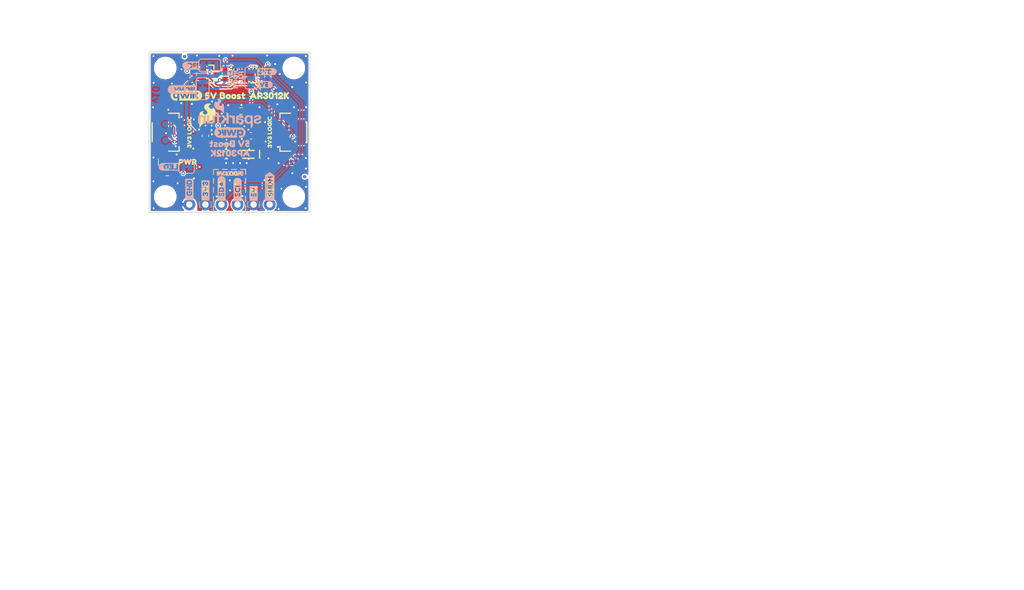
<source format=kicad_pcb>
(kicad_pcb (version 20240108) (generator "pcbnew") (generator_version "8.0")
  (title_block (title "SparkFun Qwiic 5V Boost - AP3012K") (date "2025-02-27") (rev "v10") (company "SparkFun Electronics") (comment 1 "SparkX Qwiic Boost by N. Seidle") (comment 2 "Based off the Indoor Air Quality Combo and the") (comment 3 "Designed by: P. Lewis"))
  (layers (0 "F.Cu" signal) (31 "B.Cu" signal) (34 "B.Paste" user) (35 "F.Paste" user) (36 "B.SilkS" user "B.Silkscreen") (37 "F.SilkS" user "F.Silkscreen") (38 "B.Mask" user) (39 "F.Mask" user) (44 "Edge.Cuts" user))
  (net 0 "")
  (net 1 "3.3V")
  (net 2 "GND")
  (net 3 "5V")
  (net 4 "Net-(D1-A)")
  (net 5 "SDA")
  (net 6 "SCL")
  (net 11 "Net-(JP1-A)")
  (net 12 "Net-(JP2-A)")
  (net 13 "~{SHDN}")
  (net 14 "Net-(JP2-C)")
  (net 15 "HV_SCL")
  (net 16 "HV_SDA")
  (net 17 "VCC")
  (net 18 "Net-(U5-FB)")
  (net 19 "Net-(JP4-C)")
  (net 20 "Net-(JP4-A)")
  (net 21 "Net-(D2-A)")
  (footprint "kibuzzard-67BF5F1D" (layer "F.Cu") (at 129.616 98.106 90)
    (property "Reference" "kibuzzard-67BF5F1D" (hide yes))
    (property "Value" "G***" (hide yes))
  )
  (footprint "SparkFun-Semiconductor-Standard:SOT23-5" (layer "F.Cu") (at 135.468 98.68 180)
    (property "Reference" "U5")
    (property "Value" "AP3012")
    (pad "1" smd rect (at -1.3001 -0.95 90) (size 0.55 1.2) (layers "F.Cu" "F.Paste" "F.Mask") (net 21 "Net-(D2-A)"))
    (pad "2" smd rect (at -1.3001 0 90) (size 0.55 1.2) (layers "F.Cu" "F.Paste" "F.Mask") (net 2 "GND"))
    (pad "3" smd rect (at -1.3001 0.95 90) (size 0.55 1.2) (layers "F.Cu" "F.Paste" "F.Mask") (net 18 "Net-(U5-FB)"))
    (pad "4" smd rect (at 1.3001 0.95 90) (size 0.55 1.2) (layers "F.Cu" "F.Paste" "F.Mask") (net 13 "~{SHDN}"))
    (pad "5" smd rect (at 1.3001 -0.95 90) (size 0.55 1.2) (layers "F.Cu" "F.Paste" "F.Mask") (net 1 "3.3V"))
  )
  (footprint "SparkFun-LED:LED_0603_1608Metric_Red" (layer "F.Cu") (at 126.1235 102.806)
    (property "Reference" "D1")
    (property "Value" "Red")
    (pad "1" smd roundrect (at -0.7875 0) (size 0.875 0.95) (layers "F.Cu" "F.Paste" "F.Mask") (net 2 "GND"))
    (pad "2" smd roundrect (at 0.7875 0) (size 0.875 0.95) (layers "F.Cu" "F.Paste" "F.Mask") (net 4 "Net-(D1-A)"))
  )
  (footprint "SparkFun-Aesthetic:Fiducial_0.5mm_Mask1mm" (layer "F.Cu") (at 128.865 86.134)
    (property "Reference" "FID3")
    (property "Value" "Fiducial_0.5mm")
    (pad "" smd circle (at 0 0) (size 0.5 0.5) (layers "F.Cu" "F.Mask") (clearance 0.25))
  )
  (footprint "kibuzzard-67BF7CAB" (layer "F.Cu") (at 132.156 107.3135 90)
    (property "Reference" "kibuzzard-67BF7CAB" (hide yes))
    (property "Value" "G***" (hide yes))
  )
  (footprint "SparkFun-Connector:1x06" (layer "F.Cu") (at 129.616 109.536)
    (property "Reference" "J3")
    (property "Value" "Conn_01x06")
    (pad "1" thru_hole circle (at 0 0 90) (size 1.8796 1.8796) (drill 1.016) (layers "*.Cu" "*.Mask") (net 2 "GND") (thermal_bridge_width 0.5))
    (pad "2" thru_hole circle (at 2.54 0 90) (size 1.8796 1.8796) (drill 1.016) (layers "*.Cu" "*.Mask") (net 1 "3.3V") (thermal_bridge_width 0.4) (thermal_gap 0.08))
    (pad "3" thru_hole circle (at 5.08 0 90) (size 1.8796 1.8796) (drill 1.016) (layers "*.Cu" "*.Mask") (net 16 "HV_SDA"))
    (pad "4" thru_hole circle (at 7.62 0 90) (size 1.8796 1.8796) (drill 1.016) (layers "*.Cu" "*.Mask") (net 15 "HV_SCL"))
    (pad "5" thru_hole circle (at 10.16 0 90) (size 1.8796 1.8796) (drill 1.016) (layers "*.Cu" "*.Mask") (net 3 "5V") (thermal_bridge_width 0.4) (thermal_gap 0.08))
    (pad "6" thru_hole circle (at 12.7 0 90) (size 1.8796 1.8796) (drill 1.016) (layers "*.Cu" "*.Mask") (net 13 "~{SHDN}"))
  )
  (footprint "kibuzzard-67A51507" (layer "F.Cu") (at 135.270114 92.321345)
    (property "Reference" "kibuzzard-67A51507" (hide yes))
    (property "Value" "G***" (hide yes))
  )
  (footprint "SparkFun-Aesthetic:qwiic_5mm" (layer "F.Cu") (at 129.156114 92.292213)
    (property "Reference" "G***" (hide yes))
    (property "Value" "LOGO" (hide yes))
  )
  (footprint "SparkFun-Connector:JST_SMD_1.0mm-4_RA" (layer "F.Cu") (at 143.586 98.106 90)
    (property "Reference" "J1")
    (property "Value" "Qwiic_RA")
    (pad "1" smd rect (at -1.5 0 90) (size 0.6 1.35) (layers "F.Cu" "F.Paste" "F.Mask") (net 2 "GND"))
    (pad "2" smd rect (at -0.5 0 90) (size 0.6 1.35) (layers "F.Cu" "F.Paste" "F.Mask") (net 1 "3.3V"))
    (pad "3" smd rect (at 0.5 0 90) (size 0.6 1.35) (layers "F.Cu" "F.Paste" "F.Mask") (net 5 "SDA"))
    (pad "4" smd rect (at 1.5 0 90) (size 0.6 1.35) (layers "F.Cu" "F.Paste" "F.Mask") (net 6 "SCL"))
    (pad "NC1" smd rect (at 2.8 3.675 90) (size 1.2 2) (layers "F.Cu" "F.Paste" "F.Mask"))
    (pad "NC2" smd rect (at -2.8 3.675 90) (size 1.2 2) (layers "F.Cu" "F.Paste" "F.Mask"))
  )
  (footprint "kibuzzard-67BF7D12" (layer "F.Cu") (at 137.236 107.15475 90)
    (property "Reference" "kibuzzard-67BF7D12" (hide yes))
    (property "Value" "G***" (hide yes))
  )
  (footprint "SparkFun-Hardware:Standoff" (layer "F.Cu") (at 146.126 108.266)
    (property "Reference" "ST3")
    (property "Value" "Standoff")
    (pad "" np_thru_hole circle (at 0 0) (size 3.1 3.1) (drill 3.1) (layers "F&B.Cu" "*.Mask"))
  )
  (footprint "SparkFun-Capacitor:C_0603_1608Metric" (layer "F.Cu") (at 132.156 98.68 90)
    (property "Reference" "C1")
    (property "Value" "1.0uF")
    (pad "1" smd roundrect (at -0.775 0 90) (size 0.9 0.95) (layers "F.Cu" "F.Paste" "F.Mask") (net 1 "3.3V"))
    (pad "2" smd roundrect (at 0.775 0 90) (size 0.9 0.95) (layers "F.Cu" "F.Paste" "F.Mask") (net 2 "GND"))
  )
  (footprint "SparkFun-Aesthetic:Fiducial_0.5mm_Mask1mm" (layer "F.Cu") (at 147.849 105.143)
    (property "Reference" "FID4")
    (property "Value" "Fiducial_0.5mm")
    (pad "" smd circle (at 0 0) (size 0.5 0.5) (layers "F.Cu" "F.Mask") (clearance 0.25))
  )
  (footprint "SparkFun-Resistor:R_0603_1608Metric" (layer "F.Cu") (at 145.8085 102.8685 180)
    (property "Reference" "R6")
    (property "Value" "100k")
    (pad "1" smd roundrect (at -0.825 0 180) (size 0.8 0.95) (layers "F.Cu" "F.Paste" "F.Mask") (net 13 "~{SHDN}"))
    (pad "2" smd roundrect (at 0.825 0 180) (size 0.8 0.95) (layers "F.Cu" "F.Paste" "F.Mask") (net 1 "3.3V"))
  )
  (footprint "SparkFun-Connector:JST_SMD_1.0mm-4_RA" (layer "F.Cu") (at 128.346 98.106 -90)
    (property "Reference" "J2")
    (property "Value" "Qwiic_RA")
    (pad "1" smd rect (at -1.5 0 270) (size 0.6 1.35) (layers "F.Cu" "F.Paste" "F.Mask") (net 2 "GND"))
    (pad "2" smd rect (at -0.5 0 270) (size 0.6 1.35) (layers "F.Cu" "F.Paste" "F.Mask") (net 1 "3.3V"))
    (pad "3" smd rect (at 0.5 0 270) (size 0.6 1.35) (layers "F.Cu" "F.Paste" "F.Mask") (net 5 "SDA"))
    (pad "4" smd rect (at 1.5 0 270) (size 0.6 1.35) (layers "F.Cu" "F.Paste" "F.Mask") (net 6 "SCL"))
    (pad "NC1" smd rect (at 2.8 3.675 270) (size 1.2 2) (layers "F.Cu" "F.Paste" "F.Mask"))
    (pad "NC2" smd rect (at -2.8 3.675 270) (size 1.2 2) (layers "F.Cu" "F.Paste" "F.Mask"))
  )
  (footprint "kibuzzard-67BF7D85" (layer "F.Cu") (at 142.316 106.6785 90)
    (property "Reference" "kibuzzard-67BF7D85" (hide yes))
    (property "Value" "G***" (hide yes))
  )
  (footprint "SparkFun-Semiconductor-Standard:SOT23-3" (layer "F.Cu") (at 139.4585 88.8985)
    (property "Reference" "Q1")
    (property "Value" "BSS138")
    (pad "1" smd rect (at -1 -0.95 270) (size 0.8 0.9) (layers "F.Cu" "F.Paste" "F.Mask") (net 1 "3.3V"))
    (pad "2" smd rect (at -1 0.95 270) (size 0.8 0.9) (layers "F.Cu" "F.Paste" "F.Mask") (net 6 "SCL"))
    (pad "3" smd rect (at 1.1 0 270) (size 0.8 0.9) (layers "F.Cu" "F.Paste" "F.Mask") (net 15 "HV_SCL"))
  )
  (footprint "SparkFun-Resistor:R_0603_1608Metric" (layer "F.Cu") (at 136.9185 88.8985 -90)
    (property "Reference" "R5")
    (property "Value" "2.2k")
    (pad "1" smd roundrect (at -0.825 0 270) (size 0.8 0.95) (layers "F.Cu" "F.Paste" "F.Mask") (net 12 "Net-(JP2-A)"))
    (pad "2" smd roundrect (at 0.825 0 270) (size 0.8 0.95) (layers "F.Cu" "F.Paste" "F.Mask") (net 6 "SCL"))
  )
  (footprint "SparkFun-Resistor:R_0603_1608Metric" (layer "F.Cu") (at 137.791 96.293)
    (property "Reference" "R2")
    (property "Value" "33k")
    (pad "1" smd roundrect (at -0.825 0) (size 0.8 0.95) (layers "F.Cu" "F.Paste" "F.Mask") (net 18 "Net-(U5-FB)"))
    (pad "2" smd roundrect (at 0.825 0) (size 0.8 0.95) (layers "F.Cu" "F.Paste" "F.Mask") (net 2 "GND"))
  )
  (footprint "kibuzzard-67BF7C99" (layer "F.Cu") (at 129.616 107.15475 90)
    (property "Reference" "kibuzzard-67BF7C99" (hide yes))
    (property "Value" "G***" (hide yes))
  )
  (footprint "kibuzzard-67BF5EEE" (layer "F.Cu") (at 134.53725 104.61475)
    (property "Reference" "kibuzzard-67BF5EEE" (hide yes))
    (property "Value" "G***" (hide yes))
  )
  (footprint "kibuzzard-65A8A8B4" (layer "F.Cu") (at 129.366 102.806)
    (property "Reference" "kibuzzard-65A8A8B4" (hide yes))
    (property "Value" "G***" (hide yes))
  )
  (footprint "SparkFun-Resistor:R_0603_1608Metric" (layer "F.Cu") (at 126.1235 104.456)
    (property "Reference" "R3")
    (property "Value" "4.7k")
    (pad "1" smd roundrect (at -0.825 0) (size 0.8 0.95) (layers "F.Cu" "F.Paste" "F.Mask") (net 4 "Net-(D1-A)"))
    (pad "2" smd roundrect (at 0.825 0) (size 0.8 0.95) (layers "F.Cu" "F.Paste" "F.Mask") (net 11 "Net-(JP1-A)"))
  )
  (footprint "SparkFun-Resistor:R_0603_1608Metric" (layer "F.Cu") (at 130.251 88.8985 90)
    (property "Reference" "R4")
    (property "Value" "2.2k")
    (pad "1" smd roundrect (at -0.825 0 90) (size 0.8 0.95) (layers "F.Cu" "F.Paste" "F.Mask") (net 5 "SDA"))
    (pad "2" smd roundrect (at 0.825 0 90) (size 0.8 0.95) (layers "F.Cu" "F.Paste" "F.Mask") (net 14 "Net-(JP2-C)"))
  )
  (footprint "SparkFun-Aesthetic:SparkFun_Flame_4mm" (layer "F.Cu") (at 132.49 95.482)
    (property "Reference" "G***" (hide yes))
    (property "Value" "Flame" (hide yes))
  )
  (footprint "SparkFun-Capacitor:C_0805_2012Metric" (layer "F.Cu") (at 135.457 101.6)
    (property "Reference" "L1")
    (property "Value" "10uH")
    (pad "1" smd roundrect (at -0.95 0) (size 1 1.45) (layers "F.Cu" "F.Paste" "F.Mask") (net 1 "3.3V"))
    (pad "2" smd roundrect (at 0.95 0) (size 1 1.45) (layers "F.Cu" "F.Paste" "F.Mask") (net 21 "Net-(D2-A)"))
  )
  (footprint "kibuzzard-67BF7CFE" (layer "F.Cu") (at 134.696 106.996 90)
    (property "Reference" "kibuzzard-67BF7CFE" (hide yes))
    (property "Value" "G***" (hide yes))
  )
  (footprint "SparkFun-Resistor:R_0603_1608Metric" (layer "F.Cu") (at 137.791 94.755)
    (property "Reference" "R1")
    (property "Value" "100k")
    (pad "1" smd roundrect (at -0.825 0) (size 0.8 0.95) (layers "F.Cu" "F.Paste" "F.Mask") (net 18 "Net-(U5-FB)"))
    (pad "2" smd roundrect (at 0.825 0) (size 0.8 0.95) (layers "F.Cu" "F.Paste" "F.Mask") (net 3 "5V"))
  )
  (footprint "SparkFun-Aesthetic:Creative_Commons_License" (layer "F.Cu") (at 214.63 168.91)
    (property "Reference" "G4" (hide yes))
    (property "Value" "OSHW_Logo" (hide yes))
  )
  (footprint "kibuzzard-67BF5F1D" (layer "F.Cu") (at 142.316 98.106 90)
    (property "Reference" "kibuzzard-67BF5F1D" (hide yes))
    (property "Value" "G***" (hide yes))
  )
  (footprint "SparkFun-Hardware:Standoff" (layer "F.Cu") (at 146.126 87.946)
    (property "Reference" "ST2")
    (property "Value" "Standoff")
    (pad "" np_thru_hole circle (at 0 0) (size 3.1 3.1) (drill 3.1) (layers "F&B.Cu" "*.Mask"))
  )
  (footprint "kibuzzard-67BF7D5E" (layer "F.Cu") (at 139.776 107.78975 90)
    (property "Reference" "kibuzzard-67BF7D5E" (hide yes))
    (property "Value" "G***" (hide yes))
  )
  (footprint "SparkFun-Hardware:Standoff" (layer "F.Cu") (at 125.806 87.946)
    (property "Reference" "ST1")
    (property "Value" "Standoff")
    (pad "" np_thru_hole circle (at 0 0) (size 3.1 3.1) (drill 3.1) (layers "F&B.Cu" "*.Mask"))
  )
  (footprint "SparkFun-Resistor:R_0603_1608Metric" (layer "F.Cu") (at 141.9985 88.8985 90)
    (property "Reference" "R8")
    (property "Value" "2.2k")
    (pad "1" smd roundrect (at -0.825 0 90) (size 0.8 0.95) (layers "F.Cu" "F.Paste" "F.Mask") (net 19 "Net-(JP4-C)"))
    (pad "2" smd roundrect (at 0.825 0 90) (size 0.8 0.95) (layers "F.Cu" "F.Paste" "F.Mask") (net 15 "HV_SCL"))
  )
  (footprint "SparkFun-Semiconductor-Standard:SOD-323" (layer "F.Cu") (at 138.946 101.602 180)
    (property "Reference" "D2")
    (property "Value" "PMEG4005EJ")
    (pad "1" smd rect (at -1.15 0 180) (size 0.63 0.83) (layers "F.Cu" "F.Paste" "F.Mask") (net 3 "5V"))
    (pad "2" smd rect (at 1.15 0 180) (size 0.63 0.83) (layers "F.Cu" "F.Paste" "F.Mask") (net 21 "Net-(D2-A)"))
  )
  (footprint "SparkFun-Resistor:R_0603_1608Metric" (layer "F.Cu") (at 135.331 88.8985 90)
    (property "Reference" "R7")
    (property "Value" "2.2k")
    (pad "1" smd roundrect (at -0.825 0 90) (size 0.8 0.95) (layers "F.Cu" "F.Paste" "F.Mask") (net 20 "Net-(JP4-A)"))
    (pad "2" smd roundrect (at 0.825 0 90) (size 0.8 0.95) (layers "F.Cu" "F.Paste" "F.Mask") (net 16 "HV_SDA"))
  )
  (footprint "kibuzzard-67BF5EF7" (layer "F.Cu") (at 136.75975 104.61475)
    (property "Reference" "kibuzzard-67BF5EF7" (hide yes))
    (property "Value" "G***" (hide yes))
  )
  (footprint "SparkFun-Capacitor:C_0603_1608Metric" (layer "F.Cu") (at 139.356 98.679 180)
    (property "Reference" "C2")
    (property "Value" "1.0uF")
    (pad "1" smd roundrect (at -0.775 0 180) (size 0.9 0.95) (layers "F.Cu" "F.Paste" "F.Mask") (net 3 "5V"))
    (pad "2" smd roundrect (at 0.775 0 180) (size 0.9 0.95) (layers "F.Cu" "F.Paste" "F.Mask") (net 2 "GND"))
  )
  (footprint "SparkFun-Semiconductor-Standard:SOT23-3" (layer "F.Cu") (at 132.791 88.8985)
    (property "Reference" "Q2")
    (property "Value" "BSS138")
    (pad "1" smd rect (at -1 -0.95 270) (size 0.8 0.9) (layers "F.Cu" "F.Paste" "F.Mask") (net 1 "3.3V"))
    (pad "2" smd rect (at -1 0.95 270) (size 0.8 0.9) (layers "F.Cu" "F.Paste" "F.Mask") (net 5 "SDA"))
    (pad "3" smd rect (at 1.1 0 270) (size 0.8 0.9) (layers "F.Cu" "F.Paste" "F.Mask") (net 16 "HV_SDA"))
  )
  (footprint "kibuzzard-67A51CFE" (layer "F.Cu") (at 142.278 92.321)
    (property "Reference" "kibuzzard-67A51CFE" (hide yes))
    (property "Value" "G***" (hide yes))
  )
  (footprint "SparkFun-Hardware:Standoff" (layer "F.Cu") (at 125.806 108.266)
    (property "Reference" "ST4")
    (property "Value" "Standoff")
    (pad "" np_thru_hole circle (at 0 0) (size 3.1 3.1) (drill 3.1) (layers "F&B.Cu" "*.Mask"))
  )
  (footprint "kibuzzard-67BF5EF7" (layer "B.Cu") (at 135.331 104.61475 180)
    (property "Reference" "kibuzzard-67BF5EF7" (hide yes))
    (property "Value" "G***" (hide yes))
  )
  (footprint "kibuzzard-67A51CFE" (layer "B.Cu") (at 136.079869 101.412475 180)
    (property "Reference" "kibuzzard-67A51CFE" (hide yes))
    (property "Value" "G***" (hide yes))
  )
  (footprint "SparkFun-Connector:TestPoint-1.0mm" (layer "B.Cu") (at 125.806 99.376 180)
    (property "Reference" "TP2")
    (property "Value" "1.0mm")
    (pad "1" smd roundrect (at 0 0 180) (size 1.016 1.016) (layers "B.Cu" "B.Mask") (roundrect_rratio 0.5) (net 6 "SCL"))
  )
  (footprint "SparkFun-Jumper:Jumper_3_NC-2_Trace" (layer "B.Cu") (at 132.823 87.547 180)
    (property "Reference" "JP2")
    (property "Value" "I2C")
    (fp_poly (pts (xy 0.262 0.173) (xy 0.762 0.173) (xy 0.762 -0.127) (xy 0.262 -0.127)) (fill solid) (layer "B.Cu"))
    (fp_poly (pts (xy -0.7707 0.15) (xy -0.2707 0.15) (xy -0.2707 -0.15) (xy -0.7707 -0.15)) (fill solid) (layer "B.Cu"))
    (pad "1" smd rect (at -1.0414 0 180) (size 0.6604 1.27) (layers "B.Cu" "B.Mask") (net 12 "Net-(JP2-A)"))
    (pad "2" smd rect (at 0 0 180) (size 0.6604 1.27) (layers "B.Cu" "B.Mask") (net 1 "3.3V"))
    (pad "3" smd rect (at 1.0414 0) (size 0.6604 1.27) (layers "B.Cu" "B.Mask") (net 14 "Net-(JP2-C)"))
  )
  (footprint "kibuzzard-67BF7ED9" (layer "B.Cu") (at 132.156 107.3135 90)
    (property "Reference" "kibuzzard-67BF7ED9" (hide yes))
    (property "Value" "G***" (hide yes))
  )
  (footprint "kibuzzard-67A5195F" (layer "B.Cu") (at 126.381 103.574 180)
    (property "Reference" "kibuzzard-67A5195F" (hide yes))
    (property "Value" "G***" (hide yes))
  )
  (footprint "kibuzzard-67AB7F1B" (layer "B.Cu") (at 137.814 89.533 90)
    (property "Reference" "kibuzzard-67AB7F1B" (hide yes))
    (property "Value" "G***" (hide yes))
  )
  (footprint "SparkFun-Jumper:Jumper_2_NC_Trace" (layer "B.Cu") (at 129.182 103.587)
    (property "Reference" "JP1")
    (property "Value" "LED")
    (fp_poly (pts (xy -0.25 0.15) (xy 0.25 0.15) (xy 0.25 -0.15) (xy -0.25 -0.15)) (fill solid) (layer "B.Cu"))
    (pad "1" smd rect (at -0.5207 0) (size 0.6604 1.27) (layers "B.Cu" "B.Mask") (net 11 "Net-(JP1-A)"))
    (pad "2" smd rect (at 0.5207 0) (size 0.6604 1.27) (layers "B.Cu" "B.Mask") (net 1 "3.3V"))
  )
  (footprint "kibuzzard-67A51B3F" (layer "B.Cu") (at 141.904 88.523 180)
    (property "Reference" "kibuzzard-67A51B3F" (hide yes))
    (property "Value" "G***" (hide yes))
  )
  (footprint "SparkFun-Aesthetic:Fiducial_0.5mm_Mask1mm" (layer "B.Cu") (at 128.865 86.134 180)
    (property "Reference" "FID2")
    (property "Value" "Fiducial_0.5mm")
    (pad "" smd circle (at 0 0 180) (size 0.5 0.5) (layers "B.Cu" "B.Mask") (clearance 0.25))
  )
  (footprint "kibuzzard-67BF7F13" (layer "B.Cu") (at 134.696 106.996 90)
    (property "Reference" "kibuzzard-67BF7F13" (hide yes))
    (property "Value" "G***" (hide yes))
  )
  (footprint "SparkFun-Aesthetic:Fiducial_0.5mm_Mask1mm" (layer "B.Cu") (at 147.849 105.143 180)
    (property "Reference" "FID1")
    (property "Value" "Fiducial_0.5mm")
    (pad "" smd circle (at 0 0 180) (size 0.5 0.5) (layers "B.Cu" "B.Mask") (clearance 0.25))
  )
  (footprint "kibuzzard-67C0A4F9" (layer "B.Cu") (at 128.484 91.362 180)
    (property "Reference" "kibuzzard-67C0A4F9" (hide yes))
    (property "Value" "G***" (hide yes))
  )
  (footprint "kibuzzard-67BF7F2F" (layer "B.Cu") (at 137.236 107.15475 90)
    (property "Reference" "kibuzzard-67BF7F2F" (hide yes))
    (property "Value" "G***" (hide yes))
  )
  (footprint "kibuzzard-67BF7F4D" (layer "B.Cu") (at 139.776 107.78975 90)
    (property "Reference" "kibuzzard-67BF7F4D" (hide yes))
    (property "Value" "G***" (hide yes))
  )
  (footprint "SparkFun-Aesthetic:SparkFun_Logo_10mm" (layer "B.Cu") (at 136.051754 96.069688 180)
    (property "Reference" "G***" (hide yes))
    (property "Value" "LOGO" (hide yes))
  )
  (footprint "kibuzzard-67AB7F2D" (layer "B.Cu") (at 136.023723 89.577 90)
    (property "Reference" "kibuzzard-67AB7F2D" (hide yes))
    (property "Value" "G***" (hide yes))
  )
  (footprint "SparkFun-Jumper:Jumper_3_NC-2_Trace" (layer "B.Cu") (at 131.71 91.222 -90)
    (property "Reference" "JP4")
    (property "Value" "I2C HV")
    (fp_poly (pts (xy 0.262 0.173) (xy 0.762 0.173) (xy 0.762 -0.127) (xy 0.262 -0.127)) (fill solid) (layer "B.Cu"))
    (fp_poly (pts (xy -0.7707 0.15) (xy -0.2707 0.15) (xy -0.2707 -0.15) (xy -0.7707 -0.15)) (fill solid) (layer "B.Cu"))
    (pad "1" smd rect (at -1.0414 0 270) (size 0.6604 1.27) (layers "B.Cu" "B.Mask") (net 20 "Net-(JP4-A)"))
    (pad "2" smd rect (at 0 0 270) (size 0.6604 1.27) (layers "B.Cu" "B.Mask") (net 17 "VCC"))
    (pad "3" smd rect (at 1.0414 0 90) (size 0.6604 1.27) (layers "B.Cu" "B.Mask") (net 19 "Net-(JP4-C)"))
  )
  (footprint "kibuzzard-67A51B2D" (layer "B.Cu") (at 136.927 89.563 90)
    (property "Reference" "kibuzzard-67A51B2D" (hide yes))
    (property "Value" "G***" (hide yes))
  )
  (footprint "kibuzzard-67BF7EBF" (layer "B.Cu") (at 129.616 107.15475 90)
    (property "Reference" "kibuzzard-67BF7EBF" (hide yes))
    (property "Value" "G***" (hide yes))
  )
  (footprint "SparkFun-Jumper:Jumper_3_NC-1_Trace" (layer "B.Cu") (at 139.406 89.528 90)
    (property "Reference" "JP3")
    (property "Value" "LOGIC")
    (fp_poly (pts (xy -0.7707 0.15) (xy -0.2707 0.15) (xy -0.2707 -0.15) (xy -0.7707 -0.15)) (fill solid) (layer "B.Cu"))
    (pad "1" smd rect (at -1.0414 0 90) (size 0.6604 1.27) (layers "B.Cu" "B.Mask") (net 3 "5V"))
    (pad "2" smd rect (at 0 0 90) (size 0.6604 1.27) (layers "B.Cu" "B.Mask") (net 17 "VCC"))
    (pad "3" smd rect (at 1.0414 0 270) (size 0.6604 1.27) (layers "B.Cu" "B.Mask") (net 1 "3.3V"))
  )
  (footprint "kibuzzard-67BF7F7D" (layer "B.Cu") (at 142.316 106.6785 90)
    (property "Reference" "kibuzzard-67BF7F7D" (hide yes))
    (property "Value" "G***" (hide yes))
  )
  (footprint "kibuzzard-67A51B57" (layer "B.Cu") (at 141.593 90.573 180)
    (property "Reference" "kibuzzard-67A51B57" (hide yes))
    (property "Value" "G***" (hide yes))
  )
  (footprint "SparkFun-Connector:TestPoint-1.0mm" (layer "B.Cu") (at 125.806 96.836 180)
    (property "Reference" "TP1")
    (property "Value" "1.0mm")
    (pad "1" smd roundrect (at 0 0 180) (size 1.016 1.016) (layers "B.Cu" "B.Mask") (roundrect_rratio 0.5) (net 5 "SDA"))
  )
  (footprint "kibuzzard-67A51507" (layer "B.Cu") (at 135.967 99.909132 180)
    (property "Reference" "kibuzzard-67A51507" (hide yes))
    (property "Value" "G***" (hide yes))
  )
  (footprint "kibuzzard-67BF5EEE" (layer "B.Cu") (at 137.5535 104.61475 180)
    (property "Reference" "kibuzzard-67BF5EEE" (hide yes))
    (property "Value" "G***" (hide yes))
  )
  (footprint "kibuzzard-65A8B05B" (layer "B.Cu") (at 129.851 87.558 180)
    (property "Reference" "kibuzzard-65A8B05B" (hide yes))
    (property "Value" "G***" (hide yes))
  )
  (footprint "SparkFun-Aesthetic:qwiic_5mm" (layer "B.Cu") (at 136.027 98.148 180)
    (property "Reference" "G***" (hide yes))
    (property "Value" "LOGO" (hide yes))
  )
  (gr_line (start 133.426 107.631) (end 133.426 106.83725) (stroke (width 0.15)) (layer "B.SilkS"))
  (gr_line (start 133.426 103.97975) (end 134.21975 103.97975) (stroke (width 0.15)) (layer "B.SilkS"))
  (gr_line (start 133.426 106.20225) (end 133.426 105.4085) (stroke (width 0.15)) (layer "B.SilkS"))
  (gr_line (start 134.85475 103.97975) (end 135.6485 103.97975) (stroke (width 0.15)) (layer "B.SilkS"))
  (gr_line (start 138.506 104.7735) (end 138.506 103.97975) (stroke (width 0.15)) (layer "B.SilkS"))
  (gr_line (start 133.426 110.567875) (end 133.426 109.774125) (stroke (width 0.15)) (layer "B.SilkS"))
  (gr_line (start 138.506 109.05975) (end 138.506 108.266) (stroke (width 0.15)) (layer "B.SilkS"))
  (gr_line (start 137.71225 103.97975) (end 138.506 103.97975) (stroke (width 0.15)) (layer "B.SilkS"))
  (gr_line (start 138.506 106.20225) (end 138.506 105.4085) (stroke (width 0.15)) (layer "B.SilkS"))
  (gr_line (start 138.506 107.631) (end 138.506 106.83725) (stroke (width 0.15)) (layer "B.SilkS"))
  (gr_line (start 133.426 104.7735) (end 133.426 103.97975) (stroke (width 0.15)) (layer "B.SilkS"))
  (gr_line (start 133.426 109.05975) (end 133.426 108.266) (stroke (width 0.15)) (layer "B.SilkS"))
  (gr_line (start 136.2835 103.97975) (end 137.07725 103.97975) (stroke (width 0.15)) (layer "B.SilkS"))
  (gr_line (start 138.506 110.567875) (end 138.506 109.774125) (stroke (width 0.15)) (layer "B.SilkS"))
  (gr_line (start 136.2835 103.97975) (end 137.07725 103.97975) (stroke (width 0.15)) (layer "F.SilkS"))
  (gr_line (start 133.426 110.567875) (end 133.426 109.774125) (stroke (width 0.15)) (layer "F.SilkS"))
  (gr_line (start 133.426 104.7735) (end 133.426 103.97975) (stroke (width 0.15)) (layer "F.SilkS"))
  (gr_line (start 133.426 106.20225) (end 133.426 105.4085) (stroke (width 0.15)) (layer "F.SilkS"))
  (gr_line (start 133.426 107.631) (end 133.426 106.83725) (stroke (width 0.15)) (layer "F.SilkS"))
  (gr_line (start 138.506 110.567875) (end 138.506 109.774125) (stroke (width 0.15)) (layer "F.SilkS"))
  (gr_line (start 137.71225 103.97975) (end 138.506 103.97975) (stroke (width 0.15)) (layer "F.SilkS"))
  (gr_line (start 138.506 104.7735) (end 138.506 103.97975) (stroke (width 0.15)) (layer "F.SilkS"))
  (gr_line (start 133.426 103.97975) (end 134.21975 103.97975) (stroke (width 0.15)) (layer "F.SilkS"))
  (gr_line (start 134.85475 103.97975) (end 135.6485 103.97975) (stroke (width 0.15)) (layer "F.SilkS"))
  (gr_line (start 138.506 106.20225) (end 138.506 105.4085) (stroke (width 0.15)) (layer "F.SilkS"))
  (gr_line (start 133.426 109.05975) (end 133.426 108.266) (stroke (width 0.15)) (layer "F.SilkS"))
  (gr_line (start 138.506 107.631) (end 138.506 106.83725) (stroke (width 0.15)) (layer "F.SilkS"))
  (gr_line (start 138.506 109.05975) (end 138.506 108.266) (stroke (width 0.15)) (layer "F.SilkS"))
  (gr_rect (start 123.266 85.406) (end 148.666 110.806) (stroke (width 0.1)) (fill none) (layer "Edge.Cuts"))
  (gr_text "v10" (at 124.264 92.147 -90) (layer "B.Cu" knockout) (effects (font (size 1.016 1.016) (thickness 0.254) (bold yes)) (justify mirror)))
  (segment (start 144.996 93.316) (end 144.996 98.076) (width 0.5588) (layer "F.Cu") (net 1))
  (segment (start 131.791 87.9485) (end 132.6615 87.9485) (width 0.254) (layer "F.Cu") (net 1))
  (segment (start 132.828 88.115) (end 132.828 88.556) (width 0.254) (layer "F.Cu") (net 1))
  (segment (start 144.996 98.076) (end 144.466 98.606) (width 0.5588) (layer "F.Cu") (net 1))
  (segment (start 142.956 91.276) (end 144.996 93.316) (width 0.5588) (layer "F.Cu") (net 1))
  (segment (start 144.776 98.916) (end 144.466 98.606) (width 0.254) (layer "F.Cu") (net 1))
  (segment (start 138.4585 87.9485) (end 138.581 87.826) (width 0.254) (layer "F.Cu") (net 1))
  (segment (start 143.721 98.606) (end 144.466 98.606) (width 0.5588) (layer "F.Cu") (net 1))
  (segment (start 145.05 102.836) (end 144.776 102.562) (width 0.254) (layer "F.Cu") (net 1))
  (segment (start 138.581 87.826) (end 139.406 87.826) (width 0.254) (layer "F.Cu") (net 1))
  (segment (start 132.6615 87.9485) (end 132.828 88.115) (width 0.254) (layer "F.Cu") (net 1))
  (segment (start 144.776 102.562) (end 144.776 98.916) (width 0.254) (layer "F.Cu") (net 1))
  (via (at 142.956 91.276) (size 0.56) (drill 0.3) (layers "F.Cu" "B.Cu") (net 1))
  (via (at 132.828 88.556) (size 0.56) (drill 0.3) (layers "F.Cu" "B.Cu") (net 1))
  (via (at 130.263 97.985) (size 0.56) (drill 0.3) (layers "F.Cu" "B.Cu") (net 1))
  (via (at 139.406 87.826) (size 0.56) (drill 0.3) (layers "F.Cu" "B.Cu") (net 1))
  (via (at 131.227 103.589) (size 0.56) (drill 0.3) (layers "F.Cu" "B.Cu") (net 1))
  (segment (start 129.194 96.916) (end 130.263 97.985) (width 0.5588) (layer "B.Cu") (net 1))
  (segment (start 132.823 88.551) (end 132.828 88.556) (width 0.254) (layer "B.Cu") (net 1))
  (segment (start 134.4414 88.7636) (end 136.7014 88.7636) (width 0.5588) (layer "B.Cu") (net 1))
  (segment (start 142.954638 91.276) (end 142.956 91.276) (width 0.5588) (layer "B.Cu") (net 1))
  (segment (start 139.406 88.4866) (end 139.406 87.826) (width 0.254) (layer "B.Cu") (net 1))
  (segment (start 139.406 88.4866) (end 140.165238 88.4866) (width 0.5588) (layer "B.Cu") (net 1))
  (segment (start 129.7027 103.587) (end 131.225 103.587) (width 0.254) (layer "B.Cu") (net 1))
  (segment (start 136.7014 88.7636) (end 136.9784 88.4866) (width 0.5588) (layer "B.Cu") (net 1))
  (segment (start 132.823 87.547) (end 132.823 88.551) (width 0.254) (layer "B.Cu") (net 1))
  (segment (start 136.9784 88.4866) (end 139.406 88.4866) (width 0.5588) (layer "B.Cu") (net 1))
  (segment (start 132.828 88.556) (end 132.838 88.556) (width 0.254) (layer "B.Cu") (net 1))
  (segment (start 131.225 103.587) (end 131.227 103.589) (width 0.254) (layer "B.Cu") (net 1))
  (segment (start 133.969 89.236) (end 134.4414 88.7636) (width 0.5588) (layer "B.Cu") (net 1))
  (segment (start 132.828 89.231) (end 132.833 89.236) (width 0.254) (layer "B.Cu") (net 1))
  (segment (start 130.519 89.236) (end 129.194 90.561) (width 0.5588) (layer "B.Cu") (net 1))
  (segment (start 132.833 89.236) (end 130.519 89.236) (width 0.5588) (layer "B.Cu") (net 1))
  (segment (start 132.833 89.236) (end 133.969 89.236) (width 0.5588) (layer "B.Cu") (net 1))
  (segment (start 132.828 88.556) (end 132.828 89.231) (width 0.254) (layer "B.Cu") (net 1))
  (segment (start 129.194 90.561) (end 129.194 96.916) (width 0.5588) (layer "B.Cu") (net 1))
  (segment (start 140.165238 88.4866) (end 142.954638 91.276) (width 0.5588) (layer "B.Cu") (net 1))
  (via (at 134.346 86.036) (size 0.56) (drill 0.3) (layers "F.Cu" "B.Cu") (net 2))
  (via (at 143.64 100.436) (size 0.56) (drill 0.3) (layers "F.Cu" "B.Cu") (net 2))
  (via (at 130.245 100.694) (size 0.56) (drill 0.3) (layers "F.Cu" "B.Cu") (net 2))
  (via (at 127.61 101.617) (size 0.56) (drill 0.3) (layers "F.Cu" "B.Cu") (net 2))
  (via (at 141.018 92.675) (size 0.56) (drill 0.3) (layers "F.Cu" "B.Cu") (net 2))
  (via (at 135.469 102.251) (size 0.56) (drill 0.3) (layers "F.Cu" "B.Cu") (net 2))
  (via (at 135.454 100.657) (size 0.56) (drill 0.3) (layers "F.Cu" "B.Cu") (net 2))
  (via (at 135.751 93.837) (size 0.56) (drill 0.3) (layers "F.Cu" "B.Cu") (net 2))
  (via (at 123.972 90.293) (size 0.56) (drill 0.3) (layers "F.Cu" "B.Cu") (net 2))
  (via (at 138.992 102.304) (size 0.56) (drill 0.3) (layers "F.Cu" "B.Cu") (net 2))
  (via (at 135.43 102.985) (size 0.56) (drill 0.3) (layers "F.Cu" "B.Cu") (net 2))
  (via (at 143.528 93.685) (size 0.56) (drill 0.3) (layers "F.Cu" "B.Cu") (net 2))
  (via (at 142.111 102.247) (size 0.56) (drill 0.3) (layers "F.Cu" "B.Cu") (net 2))
  (via (at 141.586 96.516) (size 0.56) (drill 0.3) (layers "F.Cu" "B.Cu") (net 2))
  (via (at 137.853 93.802) (size 0.56) (drill 0.3) (layers "F.Cu" "B.Cu") (net 2))
  (via (at 131.156 97.672) (size 0.56) (drill 0.3) (layers "F.Cu" "B.Cu") (net 2))
  (via (at 123.944 105.867) (size 0.56) (drill 0.3) (layers "F.Cu" "B.Cu") (net 2))
  (via (at 123.88 94.158) (size 0.56) (drill 0.3) (layers "F.Cu" "B.Cu") (net 2))
  (via (at 146.356 99.58) (size 0.56) (drill 0.3) (layers "F.Cu" "B.Cu") (net 2))
  (via (at 141.497 105.682) (size 0.56) (drill 0.3) (layers "F.Cu" "B.Cu") (net 2))
  (via (at 144.171 107.025) (size 0.56) (drill 0.3) (layers "F.Cu" "B.Cu") (net 2))
  (via (at 148.07 94.139) (size 0.56) (drill 0.3) (layers "F.Cu" "B.Cu") (net 2))
  (via (at 127.763 106.18) (size 0.56) (drill 0.3) (layers "F.Cu" "B.Cu") (net 2))
  (via (at 138.953 97.692) (size 0.56) (drill 0.3) (layers "F.Cu" "B.Cu") (net 2))
  (via (at 143.915595 88.917553) (size 0.56) (drill 0.3) (layers "F.Cu" "B.Cu") (net 2))
  (via (at 133.18 98.435) (size 0.56) (drill 0.3) (layers "F.Cu" "B.Cu") (net 2))
  (via (at 133.212 93.241) (size 0.56) (drill 0.3) (layers "F.Cu" "B.Cu") (net 2))
  (via (at 148.132 99.726) (size 0.56) (drill 0.3) (layers "F.Cu" "B.Cu") (net 2))
  (via (at 128.348 93.51) (size 0.56) (drill 0.3) (layers "F.Cu" "B.Cu") (net 2))
  (via (at 143.73 103.006) (size 0.56) (drill 0.3) (layers "F.Cu" "B.Cu") (net 2))
  (via (at 137.65 102.985) (size 0.56) (drill 0.3) (layers "F.Cu" "B.Cu") (net 2))
  (via (at 123.949 86.082) (size 0.56) (drill 0.3) (layers "F.Cu" "B.Cu") (net 2))
  (via (at 128.394 95.666) (size 0.56) (drill 0.3) (layers "F.Cu" "B.Cu") (net 2))
  (via (at 133.918 108.266) (size 0.56) (drill 0.3) (layers "F.Cu" "B.Cu") (net 2))
  (via (at 132.183 97.046) (size 0.56) (drill 0.3) (layers "F.Cu" "B.Cu") (net 2))
  (via (at 130.308 96.084) (size 0.56) (drill 0.3) (layers "F.Cu" "B.Cu") (net 2))
  (via (at 126.865 90.401) (size 0.56) (drill 0.3) (layers "F.Cu" "B.Cu") (net 2))
  (via (at 136.044 107.305) (size 0.56) (drill 0.3) (layers "F.Cu" "B.Cu") (net 2))
  (via (at 148.018 102.191) (size 0.56) (drill 0.3) (layers "F.Cu" "B.Cu") (net 2))
  (via (at 137.988 108.21) (size 0.56) (drill 0.3) (layers "F.Cu" "B.Cu") (net 2))
  (via (at 136.449 85.982) (size 0.56) (drill 0.3) (layers "F.Cu" "B.Cu") (net 2))
  (via (at 136.005 105.714) (size 0.56) (drill 0.3) (layers "F.Cu" "B.Cu") (net 2))
  (via (at 146.147 94.139) (size 0.56) (drill 0.3) (layers "F.Cu" "B.Cu") (net 2))
  (via (at 138.319 97.166) (size 0.56) (drill 0.3) (layers "F.Cu" "B.Cu") (net 2))
  (via (at 143.181 87.325) (size 0.56) (drill 0.3) (layers "F.Cu" "B.Cu") (net 2))
  (via (at 148.07 90.241) (size 0.56) (drill 0.3) (layers "F.Cu" "B.Cu") (net 2))
  (via (at 130.357 105.406) (size 0.56) (drill 0.3) (layers "F.Cu" "B.Cu") (net 2))
  (via (at 148.014 86.066) (size 0.56) (drill 0.3) (layers "F.Cu" "B.Cu") (net 2))
  (via (at 140.361 87.676) (size 0.56) (drill 0.3) (layers "F.Cu" "B.Cu") (net 2))
  (via (at 133.14 97.046) (size 0.56) (drill 0.3) (layers "F.Cu" "B.Cu") (net 2))
  (via (at 147.993 110.138) (size 0.56) (drill 0.3) (layers "F.Cu" "B.Cu") (net 2))
  (via (at 136.536 102.985) (size 0.56) (drill 0.3) (layers "F.Cu" "B.Cu") (net 2))
  (via (at 139.08 100.814) (size 0.56) (drill 0.3) (layers "F.Cu" "B.Cu") (net 2))
  (via (at 130.018 93.63) (size 0.56) (drill 0.3) (layers "F.Cu" "B.Cu") (net 2))
  (via (at 130.823 85.982) (size 0.56) (drill 0.3) (layers "F.Cu" "B.Cu") (net 2))
  (via (at 128.378 88.164) (size 0.56) (drill 0.3) (layers "F.Cu" "B.Cu") (net 2))
  (via (at 137.911 99.156) (size 0.56) (drill 0.3) (layers "F.Cu" "B.Cu") (net 2))
  (via (at 133.135498 97.763) (size 0.56) (drill 0.3) (layers "F.Cu" "B.Cu") (net 2))
  (via (at 125.943 98.268) (size 0.56) (drill 0.3) (layers "F.Cu" "B.Cu") (net 2))
  (via (at 134.7273 95.155) (size 0.56) (drill 0.3) (layers "F.Cu" "B.Cu") (net 2))
  (via (at 148.096 96.536) (size 0.56) (drill 0.3) (layers "F.Cu" "B.Cu") (net 2))
  (via (at 140.716 94.146) (size 0.56) (drill 0.3) (layers "F.Cu" "B.Cu") (net 2))
  (via (at 135.25 97.046) (size 0.56) (drill 0.3) (layers "F.Cu" "B.Cu") (net 2))
  (via (at 123.967 110.146) (size 0.56) (drill 0.3) (layers "F.Cu" "B.Cu") (net 2))
  (via (at 130.305242 90.5559) (size 0.56) (drill 0.3) (layers "F.Cu" "B.Cu") (net 2))
  (via (at 123.944 102.116) (size 0.56) (drill 0.3) (layers "F.Cu" "B.Cu") (net 2))
  (via (at 141.906 85.982) (size 0.56) (drill 0.3) (layers "F.Cu" "B.Cu") (net 2))
  (via (at 148.043 103.862) (size 0.56) (drill 0.3) (layers "F.Cu" "B.Cu") (net 2))
  (via (at 148.05 106.76) (size 0.56) (drill 0.3) (layers "F.Cu" "B.Cu") (net 2))
  (via (at 141.672 99.587) (size 0.56) (drill 0.3) (layers "F.Cu" "B.Cu") (net 2))
  (via (at 135.47 99.284) (size 0.56) (drill 0.3) (layers "F.Cu" "B.Cu") (net 2))
  (via (at 145.895 104.593) (size 0.56) (drill 0.3) (layers "F.Cu" "B.Cu") (net 2))
  (via (at 145.864 90.968) (size 0.56) (drill 0.3) (layers "F.Cu" "B.Cu") (net 2))
  (via (at 126.303 94.555) (size 0.56) (drill 0.3) (layers "F.Cu" "B.Cu") (net 2))
  (via (at 127.449 100.332) (size 0.56) (drill 0.3) (layers "F.Cu" "B.Cu") (net 2))
  (via (at 138.673 102.985) (size 0.56) (drill 0.3) (layers "F.Cu" "B.Cu") (net 2))
  (via (at 143.716 110.239) (size 0.56) (drill 0.3) (layers "F.Cu" "B.Cu") (net 2))
  (segment (start 139.326 94.756) (end 139.325 94.755) (width 0.254) (layer "F.Cu") (net 3))
  (segment (start 139.325 94.755) (end 138.616 94.755) (width 0.254) (layer "F.Cu") (net 3))
  (segment (start 139.411 94.671) (end 139.326 94.756) (width 0.254) (layer "F.Cu") (net 3))
  (segment (start 139.411 91.632) (end 139.411 94.671) (width 0.254) (layer "F.Cu") (net 3))
  (via (at 139.411 91.632) (size 0.56) (drill 0.3) (layers "F.Cu" "B.Cu") (net 3))
  (segment (start 139.411 91.632) (end 139.411 90.8464) (width 0.254) (layer "B.Cu") (net 3))
  (segment (start 125.2985 104.4185) (end 126.911 102.806) (width 0.254) (layer "F.Cu") (net 4))
  (segment (start 125.2985 104.456) (end 125.2985 104.4185) (width 0.254) (layer "F.Cu") (net 4))
  (segment (start 142.426 97.256) (end 142.776 97.606) (width 0.254) (layer "F.Cu") (net 5))
  (segment (start 130.251 89.7235) (end 129.3015 89.7235) (width 0.254) (layer "F.Cu") (net 5))
  (segment (start 136.786836 90.5279) (end 139.7469 90.5279) (width 0.254) (layer "F.Cu") (net 5))
  (segment (start 131.791 89.8485) (end 132.4515 89.8485) (width 0.254) (layer "F.Cu") (net 5))
  (segment (start 130.251 89.7235) (end 131.666 89.7235) (width 0.254) (layer "F.Cu") (net 5))
  (segment (start 126.959 98.276) (end 127.29 98.607) (width 0.254) (layer "F.Cu") (net 5))
  (segment (start 142.776 97.606) (end 143.721 97.606) (width 0.254) (layer "F.Cu") (net 5))
  (segment (start 127.291 98.606) (end 127.29 98.607) (width 0.254) (layer "F.Cu") (net 5))
  (segment (start 136.261336 91.0534) (end 136.786836 90.5279) (width 0.254) (layer "F.Cu") (net 5))
  (segment (start 126.959 95.622) (end 126.959 98.276) (width 0.254) (layer "F.Cu") (net 5))
  (segment (start 128.346 98.606) (end 127.291 98.606) (width 0.254) (layer "F.Cu") (net 5))
  (segment (start 131.666 89.7235) (end 131.791 89.8485) (width 0.254) (layer "F.Cu") (net 5))
  (segment (start 127.424 95.157) (end 126.959 95.622) (width 0.254) (layer "F.Cu") (net 5))
  (segment (start 133.6564 91.0534) (end 136.261336 91.0534) (width 0.254) (layer "F.Cu") (net 5))
  (segment (start 132.4515 89.8485) (end 133.6564 91.0534) (width 0.254) (layer "F.Cu") (net 5))
  (segment (start 127.424 91.601) (end 127.424 95.157) (width 0.254) (layer "F.Cu") (net 5))
  (segment (start 129.3015 89.7235) (end 127.424 91.601) (width 0.254) (layer "F.Cu") (net 5))
  (segment (start 139.7469 90.5279) (end 142.426 93.207) (width 0.254) (layer "F.Cu") (net 5))
  (segment (start 142.426 93.207) (end 142.426 97.256) (width 0.254) (layer "F.Cu") (net 5))
  (via (at 127.29 98.607) (size 0.56) (drill 0.3) (layers "F.Cu" "B.Cu") (net 5))
  (segment (start 126.728 96.836) (end 125.806 96.836) (width 0.254) (layer "B.Cu") (net 5))
  (segment (start 127.29 97.398) (end 126.728 96.836) (width 0.254) (layer "B.Cu") (net 5))
  (segment (start 127.29 98.607) (end 127.29 97.398) (width 0.254) (layer "B.Cu") (net 5))
  (segment (start 143.721 96.606) (end 143.346 96.606) (width 0.254) (layer "F.Cu") (net 6))
  (segment (start 128.346 99.606) (end 127.294 99.606) (width 0.254) (layer "F.Cu") (net 6))
  (segment (start 126.5526 98.8706) (end 127.291 99.609) (width 0.254) (layer "F.Cu") (net 6))
  (segment (start 136.9185 89.7235) (end 138.3335 89.7235) (width 0.254) (layer "F.Cu") (net 6))
  (segment (start 138.48 89.827) (end 138.4585 89.8485) (width 0.254) (layer "F.Cu") (net 6))
  (segment (start 143.346 96.606) (end 142.856 96.116) (width 0.254) (layer "F.Cu") (net 6))
  (segment (start 142.856 96.116) (end 142.856 92.989) (width 0.254) (layer "F.Cu") (net 6))
  (segment (start 127.018 91.362) (end 127.018 94.925) (width 0.254) (layer "F.Cu") (net 6))
  (segment (start 139.694 89.827) (end 138.48 89.827) (width 0.254) (layer "F.Cu") (net 6))
  (segment (start 142.856 92.989) (end 139.694 89.827) (width 0.254) (layer "F.Cu") (net 6))
  (segment (start 129.382 88.998) (end 127.018 91.362) (width 0.254) (layer "F.Cu") (net 6))
  (segment (start 135.995 90.647) (end 133.984 90.647) (width 0.254) (layer "F.Cu") (net 6))
  (segment (start 126.5526 95.3904) (end 126.5526 98.8706) (width 0.254) (layer "F.Cu") (net 6))
  (segment (start 133.984 90.647) (end 132.335 88.998) (width 0.254) (layer "F.Cu") (net 6))
  (segment (start 136.9185 89.7235) (end 135.995 90.647) (width 0.254) (layer "F.Cu") (net 6))
  (segment (start 127.018 94.925) (end 126.5526 95.3904) (width 0.254) (layer "F.Cu") (net 6))
  (segment (start 132.335 88.998) (end 129.382 88.998) (width 0.254) (layer "F.Cu") (net 6))
  (segment (start 138.3335 89.7235) (end 138.4585 89.8485) (width 0.254) (layer "F.Cu") (net 6))
  (segment (start 127.294 99.606) (end 127.291 99.609) (width 0.254) (layer "F.Cu") (net 6))
  (via (at 127.291 99.609) (size 0.56) (drill 0.3) (layers "F.Cu" "B.Cu") (net 6))
  (segment (start 126.757 99.609) (end 126.524 99.376) (width 0.254) (layer "B.Cu") (net 6))
  (segment (start 127.291 99.609) (end 126.757 99.609) (width 0.254) (layer "B.Cu") (net 6))
  (segment (start 126.524 99.376) (end 125.806 99.376) (width 0.254) (layer "B.Cu") (net 6))
  (segment (start 126.9485 104.456) (end 127.0955 104.603) (width 0.254) (layer "F.Cu") (net 11))
  (segment (start 127.0955 104.603) (end 128.662 104.603) (width 0.254) (layer "F.Cu") (net 11))
  (via (at 128.662 104.603) (size 0.56) (drill 0.3) (layers "F.Cu" "B.Cu") (net 11))
  (segment (start 128.6613 103.587) (end 128.6613 104.6023) (width 0.254) (layer "B.Cu") (net 11))
  (segment (start 128.6613 104.6023) (end 128.662 104.603) (width 0.254) (layer "B.Cu") (net 11))
  (segment (start 136.236958 87.818503) (end 136.491955 88.0735) (width 0.254) (layer "F.Cu") (net 12))
  (segment (start 136.491955 88.0735) (end 136.9185 88.0735) (width 0.254) (layer "F.Cu") (net 12))
  (via (at 136.236958 87.818503) (size 0.56) (drill 0.3) (layers "F.Cu" "B.Cu") (net 12))
  (segment (start 134.736 87.822) (end 134.461 87.547) (width 0.254) (layer "B.Cu") (net 12))
  (segment (start 134.461 87.547) (end 133.8644 87.547) (width 0.254) (layer "B.Cu") (net 12))
  (segment (start 136.233461 87.822) (end 134.736 87.822) (width 0.254) (layer "B.Cu") (net 12))
  (segment (start 136.236958 87.818503) (end 136.233461 87.822) (width 0.254) (layer "B.Cu") (net 12))
  (segment (start 146.7 104.8) (end 146.7 102.836) (width 0.254) (layer "F.Cu") (net 13))
  (segment (start 142.316 109.536) (end 142.316 107.913) (width 0.254) (layer "F.Cu") (net 13))
  (segment (start 145.936 98.776) (end 145.466 99.246) (width 0.254) (layer "F.Cu") (net 13))
  (segment (start 146.059 105.441) (end 146.7 104.8) (width 0.254) (layer "F.Cu") (net 13))
  (segment (start 142.316 107.913) (end 144.788 105.441) (width 0.254) (layer "F.Cu") (net 13))
  (segment (start 134.1679 97.046) (end 134.1679 97.73) (width 0.254) (layer "F.Cu") (net 13))
  (segment (start 144.788 105.441) (end 146.059 105.441) (width 0.254) (layer "F.Cu") (net 13))
  (segment (start 145.466 101.602) (end 146.7 102.836) (width 0.254) (layer "F.Cu") (net 13))
  (segment (start 145.466 99.246) (end 145.466 101.602) (width 0.254) (layer "F.Cu") (net 13))
  (via (at 145.936 98.776) (size 0.56) (drill 0.3) (layers "F.Cu" "B.Cu") (net 13))
  (via (at 134.1679 97.046) (size 0.56) (drill 0.3) (layers "F.Cu" "B.Cu") (net 13))
  (segment (start 145.956 98.756) (end 145.936 98.776) (width 0.254) (layer "B.Cu") (net 13))
  (segment (start 145.956 98.034) (end 145.956 98.756) (width 0.254) (layer "B.Cu") (net 13))
  (segment (start 135.483 93.234) (end 141.156 93.234) (width 0.254) (layer "B.Cu") (net 13))
  (segment (start 134.1679 97.046) (end 134.1679 94.5491) (width 0.254) (layer "B.Cu") (net 13))
  (segment (start 141.156 93.234) (end 145.956 98.034) (width 0.254) (layer "B.Cu") (net 13))
  (segment (start 134.1679 94.5491) (end 135.483 93.234) (width 0.254) (layer "B.Cu") (net 13))
  (segment (start 129.266 88.422) (end 129.6145 88.0735) (width 0.254) (layer "F.Cu") (net 14))
  (segment (start 129.6145 88.0735) (end 130.251 88.0735) (width 0.254) (layer "F.Cu") (net 14))
  (via (at 129.266 88.422) (size 0.56) (drill 0.3) (layers "F.Cu" "B.Cu") (net 14))
  (segment (start 129.266 88.422) (end 130.141 87.547) (width 0.254) (layer "B.Cu") (net 14))
  (segment (start 130.141 87.547) (end 131.7816 87.547) (width 0.254) (layer "B.Cu") (net 14))
  (segment (start 142.006 87.375) (end 142.006 88.066) (width 0.254) (layer "F.Cu") (net 15))
  (segment (start 140.5585 88.8985) (end 141.3835 88.0735) (width 0.254) (layer "F.Cu") (net 15))
  (segment (start 141.3835 88.0735) (end 141.9985 88.0735) (width 0.254) (layer "F.Cu") (net 15))
  (segment (start 142.006 88.066) (end 141.9985 88.0735) (width 0.254) (layer "F.Cu") (net 15))
  (via (at 142.006 87.375) (size 0.56) (drill 0.3) (layers "F.Cu" "B.Cu") (net 15))
  (segment (start 147.496 93.386) (end 147.496 101.274) (width 0.254) (layer "B.Cu") (net 15))
  (segment (start 142 106.77) (end 138.036736 106.77) (width 0.254) (layer "B.Cu") (net 15))
  (segment (start 142.006 87.896) (end 145.3046 91.1946) (width 0.254) (layer "B.Cu") (net 15))
  (segment (start 145.3046 91.1946) (end 145.3046 91.199712) (width 0.254) (layer "B.Cu") (net 15))
  (segment (start 147.496 101.274) (end 142 106.77) (width 0.254) (layer "B.Cu") (net 15))
  (segment (start 145.6374 91.5274) (end 147.496 93.386) (width 0.254) (layer "B.Cu") (net 15))
  (segment (start 138.036736 106.77) (end 137.236 107.570736) (width 0.254) (layer "B.Cu") (net 15))
  (segment (start 137.236 107.570736) (end 137.236 109.536) (width 0.254) (layer "B.Cu") (net 15))
  (segment (start 145.3046 91.199712) (end 145.632288 91.5274) (width 0.254) (layer "B.Cu") (net 15))
  (segment (start 145.632288 91.5274) (end 145.6374 91.5274) (width 0.254) (layer "B.Cu") (net 15))
  (segment (start 142.006 87.375) (end 142.006 87.896) (width 0.254) (layer "B.Cu") (net 15))
  (segment (start 133.891 88.8985) (end 134.506 88.8985) (width 0.254) (layer "F.Cu") (net 16))
  (segment (start 134.506 88.8985) (end 135.331 88.0735) (width 0.254) (layer "F.Cu") (net 16))
  (segment (start 135.331 86.711) (end 135.331 88.0735) (width 0.254) (layer "F.Cu") (net 16))
  (segment (start 135.342 86.7) (end 135.331 86.711) (width 0.254) (layer "F.Cu") (net 16))
  (via (at 135.342 86.7) (size 0.56) (drill 0.3) (layers "F.Cu" "B.Cu") (net 16))
  (segment (start 135.367 86.675) (end 140.205152 86.675) (width 0.254) (layer "B.Cu") (net 16))
  (segment (start 145.463952 91.9338) (end 145.469064 91.9338) (width 0.254) (layer "B.Cu") (net 16))
  (segment (start 135.342 86.7) (end 135.367 86.675) (width 0.254) (layer "B.Cu") (net 16))
  (segment (start 147.076 101.119264) (end 141.831664 106.3636) (width 0.254) (layer "B.Cu") (net 16))
  (segment (start 141.831664 106.3636) (end 137.8684 106.3636) (width 0.254) (layer "B.Cu") (net 16))
  (segment (start 140.205152 86.675) (end 145.463952 91.9338) (width 0.254) (layer "B.Cu") (net 16))
  (segment (start 145.469064 91.9338) (end 147.076 93.540736) (width 0.254) (layer "B.Cu") (net 16))
  (segment (start 137.8684 106.3636) (end 134.696 109.536) (width 0.254) (layer "B.Cu") (net 16))
  (segment (start 147.076 93.540736) (end 147.076 101.119264) (width 0.254) (layer "B.Cu") (net 16))
  (segment (start 135.894 89.528) (end 139.406 89.528) (width 0.254) (layer "B.Cu") (net 17))
  (segment (start 131.71 91.222) (end 134.2 91.222) (width 0.254) (layer "B.Cu") (net 17))
  (segment (start 134.2 91.222) (end 135.894 89.528) (width 0.254) (layer "B.Cu") (net 17))
  (segment (start 140.571 89.899) (end 140.7465 89.7235) (width 0.254) (layer "F.Cu") (net 19))
  (segment (start 140.7465 89.7235) (end 141.9985 89.7235) (width 0.254) (layer "F.Cu") (net 19))
  (via (at 140.571 89.899) (size 0.56) (drill 0.3) (layers "F.Cu" "B.Cu") (net 19))
  (segment (start 140.571 91.277) (end 140.571 89.899) (width 0.254) (layer "B.Cu") (net 19))
  (segment (start 139.63 92.218) (end 140.571 91.277) (width 0.254) (layer "B.Cu") (net 19))
  (segment (start 131.71 92.2634) (end 131.7554 92.218) (width 0.254) (layer "B.Cu") (net 19))
  (segment (start 131.7554 92.218) (end 139.63 92.218) (width 0.254) (layer "B.Cu") (net 19))
  (segment (start 134.407 89.846) (end 135.2085 89.846) (width 0.254) (layer "F.Cu") (net 20))
  (segment (start 135.2085 89.846) (end 135.331 89.7235) (width 0.254) (layer "F.Cu") (net 20))
  (via (at 134.407 89.846) (size 0.56) (drill 0.3) (layers "F.Cu" "B.Cu") (net 20))
  (segment (start 131.71 90.1806) (end 134.0724 90.1806) (width 0.254) (layer "B.Cu") (net 20))
  (segment (start 134.0724 90.1806) (end 134.407 89.846) (width 0.254) (layer "B.Cu") (net 20))
  (zone (net 1) (net_name "3.3V") (layer "F.Cu") (priority 1) (connect_pads (clearance 0.1778)) (min_thickness 0.25) (fill yes (thermal_gap 0.254) (thermal_bridge_width 0.4064))
    (polygon (pts (xy 133.426 110.806) (xy 133.426 103.839) (xy 135.027 102.238) (xy 135.027 99.4) (xy 134.521 98.894) (xy 131.631 98.894) (xy 129.89 97.153) (xy 127.515 97.153) (xy 127.515 98.063) (xy 129.067808 98.063) (xy 130.828398 99.946602) (xy 130.886 110.806)))
  )
  (zone (net 3) (net_name "5V") (layer "F.Cu") (priority 2) (connect_pads (clearance 0.1778)) (min_thickness 0.25) (fill yes (thermal_gap 0.254) (thermal_bridge_width 0.4064))
    (polygon (pts (xy 138.506 110.806) (xy 138.506 103.942) (xy 139.548 102.9) (xy 139.535 96.075) (xy 138.219 95.135) (xy 138.222 94.275) (xy 139.924 94.275) (xy 141.064 95.274) (xy 141.064 104.787) (xy 141.046 104.805) (xy 141.046 110.806)))
  )
  (zone (net 21) (net_name "Net-(D2-A)") (layer "F.Cu") (priority 3) (connect_pads (clearance 0.1778)) (min_thickness 0.25) (fill yes (thermal_gap 0.254) (thermal_bridge_width 0.4064))
    (polygon (pts (xy 135.913 102.325) (xy 135.913 99.348) (xy 137.462 99.348) (xy 138.351 100.237) (xy 138.351 102.325)))
  )
  (zone (net 18) (net_name "Net-(U5-FB)") (layer "F.Cu") (priority 4) (connect_pads (clearance 0.1778)) (min_thickness 0.25) (fill yes (thermal_gap 0.254) (thermal_bridge_width 0.4064))
    (polygon (pts (xy 136.163 98.001) (xy 136.157 94.291) (xy 137.357 94.291) (xy 137.373 97.993)))
  )
  (zone (net 2) (net_name "GND") (layers "F&B.Cu") (connect_pads (clearance 0.1778)) (min_thickness 0.25) (fill yes (thermal_gap 0.254) (thermal_bridge_width 0.4064))
    (polygon (pts (xy 123.266 110.806) (xy 123.266 85.406) (xy 148.666 85.406) (xy 148.666 110.806)))
  )
)
</source>
